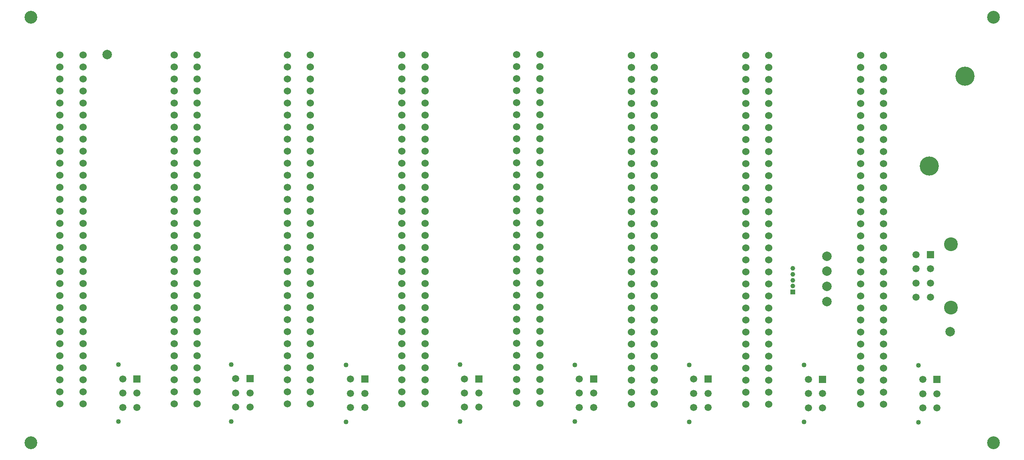
<source format=gbr>
%TF.GenerationSoftware,KiCad,Pcbnew,7.99.0-957-g18dd623122*%
%TF.CreationDate,2023-07-16T08:20:05-04:00*%
%TF.ProjectId,ESC_Carrier,4553435f-4361-4727-9269-65722e6b6963,rev?*%
%TF.SameCoordinates,Original*%
%TF.FileFunction,Soldermask,Top*%
%TF.FilePolarity,Negative*%
%FSLAX46Y46*%
G04 Gerber Fmt 4.6, Leading zero omitted, Abs format (unit mm)*
G04 Created by KiCad (PCBNEW 7.99.0-957-g18dd623122) date 2023-07-16 08:20:05*
%MOMM*%
%LPD*%
G01*
G04 APERTURE LIST*
%ADD10C,1.020000*%
%ADD11R,1.520000X1.520000*%
%ADD12C,1.520000*%
%ADD13C,1.524000*%
%ADD14C,2.909999*%
%ADD15C,4.050000*%
%ADD16C,2.000000*%
%ADD17C,2.700000*%
%ADD18R,1.000000X1.000000*%
%ADD19C,1.000000*%
G04 APERTURE END LIST*
D10*
%TO.C,J17*%
X182709000Y-103120000D03*
X182709000Y-91120000D03*
D11*
X186649000Y-94120000D03*
D12*
X186649000Y-97120000D03*
X186649000Y-100120000D03*
X183649000Y-94120000D03*
X183649000Y-97120000D03*
X183649000Y-100120000D03*
%TD*%
D10*
%TO.C,J13*%
X86149000Y-103100000D03*
X86149000Y-91100000D03*
D11*
X90089000Y-94100000D03*
D12*
X90089000Y-97100000D03*
X90089000Y-100100000D03*
X87089000Y-94100000D03*
X87089000Y-97100000D03*
X87089000Y-100100000D03*
%TD*%
D13*
%TO.C,J5*%
X122149000Y-99260000D03*
X127000000Y-99260000D03*
X122149000Y-96720000D03*
X127000000Y-96720000D03*
X122149000Y-94180000D03*
X127000000Y-94180000D03*
X122149000Y-91640000D03*
X127000000Y-91640000D03*
X122149000Y-89100000D03*
X127000000Y-89100000D03*
X122149000Y-86560000D03*
X127000000Y-86560000D03*
X122149000Y-84020000D03*
X127000000Y-84020000D03*
X122149000Y-81480000D03*
X127000000Y-81480000D03*
X122149000Y-78940000D03*
X127000000Y-78940000D03*
X122149000Y-76400000D03*
X127000000Y-76400000D03*
X122149000Y-73860000D03*
X127000000Y-73860000D03*
X122149000Y-71320000D03*
X127000000Y-71320000D03*
X122149000Y-68780000D03*
X127000000Y-68780000D03*
X122149000Y-66240000D03*
X127000000Y-66240000D03*
X122149000Y-63700000D03*
X127000000Y-63700000D03*
X122149000Y-61160000D03*
X127000000Y-61160000D03*
X122149000Y-58620000D03*
X127000000Y-58620000D03*
X122149000Y-56080000D03*
X127000000Y-56080000D03*
X122149000Y-53540000D03*
X127000000Y-53540000D03*
X122149000Y-51000000D03*
X127000000Y-51000000D03*
X122149000Y-48460000D03*
X127000000Y-48460000D03*
X122149000Y-45920000D03*
X127000000Y-45920000D03*
X122149000Y-43380000D03*
X127000000Y-43380000D03*
X122149000Y-40840000D03*
X127000000Y-40840000D03*
X122149000Y-38300000D03*
X127000000Y-38300000D03*
X122149000Y-35760000D03*
X127000000Y-35760000D03*
X122149000Y-33220000D03*
X127000000Y-33220000D03*
X122149000Y-30680000D03*
X127000000Y-30680000D03*
X122149000Y-28140000D03*
X127000000Y-28140000D03*
X122149000Y-25600000D03*
X127000000Y-25600000D03*
%TD*%
D11*
%TO.C,J10*%
X209400000Y-67800003D03*
D12*
X209400000Y-70800002D03*
X209400000Y-73800001D03*
X209400000Y-76800000D03*
X206400001Y-67800003D03*
X206400001Y-70800002D03*
X206400001Y-73800001D03*
X206400001Y-76800000D03*
D14*
X213719999Y-65650005D03*
X213719999Y-78949998D03*
%TD*%
D13*
%TO.C,J7*%
X170449000Y-99400000D03*
X175300000Y-99400000D03*
X170449000Y-96860000D03*
X175300000Y-96860000D03*
X170449000Y-94320000D03*
X175300000Y-94320000D03*
X170449000Y-91780000D03*
X175300000Y-91780000D03*
X170449000Y-89240000D03*
X175300000Y-89240000D03*
X170449000Y-86700000D03*
X175300000Y-86700000D03*
X170449000Y-84160000D03*
X175300000Y-84160000D03*
X170449000Y-81620000D03*
X175300000Y-81620000D03*
X170449000Y-79080000D03*
X175300000Y-79080000D03*
X170449000Y-76540000D03*
X175300000Y-76540000D03*
X170449000Y-74000000D03*
X175300000Y-74000000D03*
X170449000Y-71460000D03*
X175300000Y-71460000D03*
X170449000Y-68920000D03*
X175300000Y-68920000D03*
X170449000Y-66380000D03*
X175300000Y-66380000D03*
X170449000Y-63840000D03*
X175300000Y-63840000D03*
X170449000Y-61300000D03*
X175300000Y-61300000D03*
X170449000Y-58760000D03*
X175300000Y-58760000D03*
X170449000Y-56220000D03*
X175300000Y-56220000D03*
X170449000Y-53680000D03*
X175300000Y-53680000D03*
X170449000Y-51140000D03*
X175300000Y-51140000D03*
X170449000Y-48600000D03*
X175300000Y-48600000D03*
X170449000Y-46060000D03*
X175300000Y-46060000D03*
X170449000Y-43520000D03*
X175300000Y-43520000D03*
X170449000Y-40980000D03*
X175300000Y-40980000D03*
X170449000Y-38440000D03*
X175300000Y-38440000D03*
X170449000Y-35900000D03*
X175300000Y-35900000D03*
X170449000Y-33360000D03*
X175300000Y-33360000D03*
X170449000Y-30820000D03*
X175300000Y-30820000D03*
X170449000Y-28280000D03*
X175300000Y-28280000D03*
X170449000Y-25740000D03*
X175300000Y-25740000D03*
%TD*%
%TO.C,J2*%
X49900000Y-99300000D03*
X54751000Y-99300000D03*
X49900000Y-96760000D03*
X54751000Y-96760000D03*
X49900000Y-94220000D03*
X54751000Y-94220000D03*
X49900000Y-91680000D03*
X54751000Y-91680000D03*
X49900000Y-89140000D03*
X54751000Y-89140000D03*
X49900000Y-86600000D03*
X54751000Y-86600000D03*
X49900000Y-84060000D03*
X54751000Y-84060000D03*
X49900000Y-81520000D03*
X54751000Y-81520000D03*
X49900000Y-78980000D03*
X54751000Y-78980000D03*
X49900000Y-76440000D03*
X54751000Y-76440000D03*
X49900000Y-73900000D03*
X54751000Y-73900000D03*
X49900000Y-71360000D03*
X54751000Y-71360000D03*
X49900000Y-68820000D03*
X54751000Y-68820000D03*
X49900000Y-66280000D03*
X54751000Y-66280000D03*
X49900000Y-63740000D03*
X54751000Y-63740000D03*
X49900000Y-61200000D03*
X54751000Y-61200000D03*
X49900000Y-58660000D03*
X54751000Y-58660000D03*
X49900000Y-56120000D03*
X54751000Y-56120000D03*
X49900000Y-53580000D03*
X54751000Y-53580000D03*
X49900000Y-51040000D03*
X54751000Y-51040000D03*
X49900000Y-48500000D03*
X54751000Y-48500000D03*
X49900000Y-45960000D03*
X54751000Y-45960000D03*
X49900000Y-43420000D03*
X54751000Y-43420000D03*
X49900000Y-40880000D03*
X54751000Y-40880000D03*
X49900000Y-38340000D03*
X54751000Y-38340000D03*
X49900000Y-35800000D03*
X54751000Y-35800000D03*
X49900000Y-33260000D03*
X54751000Y-33260000D03*
X49900000Y-30720000D03*
X54751000Y-30720000D03*
X49900000Y-28180000D03*
X54751000Y-28180000D03*
X49900000Y-25640000D03*
X54751000Y-25640000D03*
%TD*%
D10*
%TO.C,J16*%
X158549000Y-103080000D03*
X158549000Y-91080000D03*
D11*
X162489000Y-94080000D03*
D12*
X162489000Y-97080000D03*
X162489000Y-100080000D03*
X159489000Y-94080000D03*
X159489000Y-97080000D03*
X159489000Y-100080000D03*
%TD*%
D15*
%TO.C,RT1*%
X209200000Y-49100000D03*
X216700000Y-30100000D03*
%TD*%
D13*
%TO.C,J3*%
X73749000Y-99340000D03*
X78600000Y-99340000D03*
X73749000Y-96800000D03*
X78600000Y-96800000D03*
X73749000Y-94260000D03*
X78600000Y-94260000D03*
X73749000Y-91720000D03*
X78600000Y-91720000D03*
X73749000Y-89180000D03*
X78600000Y-89180000D03*
X73749000Y-86640000D03*
X78600000Y-86640000D03*
X73749000Y-84100000D03*
X78600000Y-84100000D03*
X73749000Y-81560000D03*
X78600000Y-81560000D03*
X73749000Y-79020000D03*
X78600000Y-79020000D03*
X73749000Y-76480000D03*
X78600000Y-76480000D03*
X73749000Y-73940000D03*
X78600000Y-73940000D03*
X73749000Y-71400000D03*
X78600000Y-71400000D03*
X73749000Y-68860000D03*
X78600000Y-68860000D03*
X73749000Y-66320000D03*
X78600000Y-66320000D03*
X73749000Y-63780000D03*
X78600000Y-63780000D03*
X73749000Y-61240000D03*
X78600000Y-61240000D03*
X73749000Y-58700000D03*
X78600000Y-58700000D03*
X73749000Y-56160000D03*
X78600000Y-56160000D03*
X73749000Y-53620000D03*
X78600000Y-53620000D03*
X73749000Y-51080000D03*
X78600000Y-51080000D03*
X73749000Y-48540000D03*
X78600000Y-48540000D03*
X73749000Y-46000000D03*
X78600000Y-46000000D03*
X73749000Y-43460000D03*
X78600000Y-43460000D03*
X73749000Y-40920000D03*
X78600000Y-40920000D03*
X73749000Y-38380000D03*
X78600000Y-38380000D03*
X73749000Y-35840000D03*
X78600000Y-35840000D03*
X73749000Y-33300000D03*
X78600000Y-33300000D03*
X73749000Y-30760000D03*
X78600000Y-30760000D03*
X73749000Y-28220000D03*
X78600000Y-28220000D03*
X73749000Y-25680000D03*
X78600000Y-25680000D03*
%TD*%
D16*
%TO.C,TP7*%
X187583390Y-71319293D03*
%TD*%
%TO.C,TP5*%
X187583390Y-77720707D03*
%TD*%
%TO.C,TP2*%
X213600000Y-84100000D03*
%TD*%
D13*
%TO.C,J4*%
X97949000Y-99320000D03*
X102800000Y-99320000D03*
X97949000Y-96780000D03*
X102800000Y-96780000D03*
X97949000Y-94240000D03*
X102800000Y-94240000D03*
X97949000Y-91700000D03*
X102800000Y-91700000D03*
X97949000Y-89160000D03*
X102800000Y-89160000D03*
X97949000Y-86620000D03*
X102800000Y-86620000D03*
X97949000Y-84080000D03*
X102800000Y-84080000D03*
X97949000Y-81540000D03*
X102800000Y-81540000D03*
X97949000Y-79000000D03*
X102800000Y-79000000D03*
X97949000Y-76460000D03*
X102800000Y-76460000D03*
X97949000Y-73920000D03*
X102800000Y-73920000D03*
X97949000Y-71380000D03*
X102800000Y-71380000D03*
X97949000Y-68840000D03*
X102800000Y-68840000D03*
X97949000Y-66300000D03*
X102800000Y-66300000D03*
X97949000Y-63760000D03*
X102800000Y-63760000D03*
X97949000Y-61220000D03*
X102800000Y-61220000D03*
X97949000Y-58680000D03*
X102800000Y-58680000D03*
X97949000Y-56140000D03*
X102800000Y-56140000D03*
X97949000Y-53600000D03*
X102800000Y-53600000D03*
X97949000Y-51060000D03*
X102800000Y-51060000D03*
X97949000Y-48520000D03*
X102800000Y-48520000D03*
X97949000Y-45980000D03*
X102800000Y-45980000D03*
X97949000Y-43440000D03*
X102800000Y-43440000D03*
X97949000Y-40900000D03*
X102800000Y-40900000D03*
X97949000Y-38360000D03*
X102800000Y-38360000D03*
X97949000Y-35820000D03*
X102800000Y-35820000D03*
X97949000Y-33280000D03*
X102800000Y-33280000D03*
X97949000Y-30740000D03*
X102800000Y-30740000D03*
X97949000Y-28200000D03*
X102800000Y-28200000D03*
X97949000Y-25660000D03*
X102800000Y-25660000D03*
%TD*%
D17*
%TO.C,H1*%
X19650000Y-17730000D03*
%TD*%
D13*
%TO.C,J1*%
X25801190Y-99291500D03*
X30652190Y-99291500D03*
X25801190Y-96751500D03*
X30652190Y-96751500D03*
X25801190Y-94211500D03*
X30652190Y-94211500D03*
X25801190Y-91671500D03*
X30652190Y-91671500D03*
X25801190Y-89131500D03*
X30652190Y-89131500D03*
X25801190Y-86591500D03*
X30652190Y-86591500D03*
X25801190Y-84051500D03*
X30652190Y-84051500D03*
X25801190Y-81511500D03*
X30652190Y-81511500D03*
X25801190Y-78971500D03*
X30652190Y-78971500D03*
X25801190Y-76431500D03*
X30652190Y-76431500D03*
X25801190Y-73891500D03*
X30652190Y-73891500D03*
X25801190Y-71351500D03*
X30652190Y-71351500D03*
X25801190Y-68811500D03*
X30652190Y-68811500D03*
X25801190Y-66271500D03*
X30652190Y-66271500D03*
X25801190Y-63731500D03*
X30652190Y-63731500D03*
X25801190Y-61191500D03*
X30652190Y-61191500D03*
X25801190Y-58651500D03*
X30652190Y-58651500D03*
X25801190Y-56111500D03*
X30652190Y-56111500D03*
X25801190Y-53571500D03*
X30652190Y-53571500D03*
X25801190Y-51031500D03*
X30652190Y-51031500D03*
X25801190Y-48491500D03*
X30652190Y-48491500D03*
X25801190Y-45951500D03*
X30652190Y-45951500D03*
X25801190Y-43411500D03*
X30652190Y-43411500D03*
X25801190Y-40871500D03*
X30652190Y-40871500D03*
X25801190Y-38331500D03*
X30652190Y-38331500D03*
X25801190Y-35791500D03*
X30652190Y-35791500D03*
X25801190Y-33251500D03*
X30652190Y-33251500D03*
X25801190Y-30711500D03*
X30652190Y-30711500D03*
X25801190Y-28171500D03*
X30652190Y-28171500D03*
X25801190Y-25631500D03*
X30652190Y-25631500D03*
%TD*%
D17*
%TO.C,H2*%
X222700000Y-17730000D03*
%TD*%
D10*
%TO.C,J12*%
X61951000Y-103000000D03*
X61951000Y-91000000D03*
D11*
X65891000Y-94000000D03*
D12*
X65891000Y-97000000D03*
X65891000Y-100000000D03*
X62891000Y-94000000D03*
X62891000Y-97000000D03*
X62891000Y-100000000D03*
%TD*%
D13*
%TO.C,J8*%
X194649000Y-99380000D03*
X199500000Y-99380000D03*
X194649000Y-96840000D03*
X199500000Y-96840000D03*
X194649000Y-94300000D03*
X199500000Y-94300000D03*
X194649000Y-91760000D03*
X199500000Y-91760000D03*
X194649000Y-89220000D03*
X199500000Y-89220000D03*
X194649000Y-86680000D03*
X199500000Y-86680000D03*
X194649000Y-84140000D03*
X199500000Y-84140000D03*
X194649000Y-81600000D03*
X199500000Y-81600000D03*
X194649000Y-79060000D03*
X199500000Y-79060000D03*
X194649000Y-76520000D03*
X199500000Y-76520000D03*
X194649000Y-73980000D03*
X199500000Y-73980000D03*
X194649000Y-71440000D03*
X199500000Y-71440000D03*
X194649000Y-68900000D03*
X199500000Y-68900000D03*
X194649000Y-66360000D03*
X199500000Y-66360000D03*
X194649000Y-63820000D03*
X199500000Y-63820000D03*
X194649000Y-61280000D03*
X199500000Y-61280000D03*
X194649000Y-58740000D03*
X199500000Y-58740000D03*
X194649000Y-56200000D03*
X199500000Y-56200000D03*
X194649000Y-53660000D03*
X199500000Y-53660000D03*
X194649000Y-51120000D03*
X199500000Y-51120000D03*
X194649000Y-48580000D03*
X199500000Y-48580000D03*
X194649000Y-46040000D03*
X199500000Y-46040000D03*
X194649000Y-43500000D03*
X199500000Y-43500000D03*
X194649000Y-40960000D03*
X199500000Y-40960000D03*
X194649000Y-38420000D03*
X199500000Y-38420000D03*
X194649000Y-35880000D03*
X199500000Y-35880000D03*
X194649000Y-33340000D03*
X199500000Y-33340000D03*
X194649000Y-30800000D03*
X199500000Y-30800000D03*
X194649000Y-28260000D03*
X199500000Y-28260000D03*
X194649000Y-25720000D03*
X199500000Y-25720000D03*
%TD*%
D16*
%TO.C,TP1*%
X35800000Y-25600000D03*
%TD*%
D18*
%TO.C,J9*%
X180400000Y-75700000D03*
D19*
X180400000Y-74450000D03*
X180400000Y-73200000D03*
X180400000Y-71950000D03*
X180400000Y-70700000D03*
%TD*%
D17*
%TO.C,H3*%
X19650000Y-107500000D03*
%TD*%
D16*
%TO.C,TP6*%
X187583390Y-68119293D03*
%TD*%
D17*
%TO.C,H4*%
X222700000Y-107500000D03*
%TD*%
D10*
%TO.C,J18*%
X206849000Y-103180000D03*
X206849000Y-91180000D03*
D11*
X210789000Y-94180000D03*
D12*
X210789000Y-97180000D03*
X210789000Y-100180000D03*
X207789000Y-94180000D03*
X207789000Y-97180000D03*
X207789000Y-100180000D03*
%TD*%
D10*
%TO.C,J11*%
X38101190Y-103031500D03*
X38101190Y-91031500D03*
D11*
X42041190Y-94031500D03*
D12*
X42041190Y-97031500D03*
X42041190Y-100031500D03*
X39041190Y-94031500D03*
X39041190Y-97031500D03*
X39041190Y-100031500D03*
%TD*%
D16*
%TO.C,TP4*%
X187583683Y-74520000D03*
%TD*%
D10*
%TO.C,J14*%
X110209000Y-103020000D03*
X110209000Y-91020000D03*
D11*
X114149000Y-94020000D03*
D12*
X114149000Y-97020000D03*
X114149000Y-100020000D03*
X111149000Y-94020000D03*
X111149000Y-97020000D03*
X111149000Y-100020000D03*
%TD*%
D10*
%TO.C,J15*%
X134409000Y-103060000D03*
X134409000Y-91060000D03*
D11*
X138349000Y-94060000D03*
D12*
X138349000Y-97060000D03*
X138349000Y-100060000D03*
X135349000Y-94060000D03*
X135349000Y-97060000D03*
X135349000Y-100060000D03*
%TD*%
D13*
%TO.C,J6*%
X146298000Y-99380000D03*
X151149000Y-99380000D03*
X146298000Y-96840000D03*
X151149000Y-96840000D03*
X146298000Y-94300000D03*
X151149000Y-94300000D03*
X146298000Y-91760000D03*
X151149000Y-91760000D03*
X146298000Y-89220000D03*
X151149000Y-89220000D03*
X146298000Y-86680000D03*
X151149000Y-86680000D03*
X146298000Y-84140000D03*
X151149000Y-84140000D03*
X146298000Y-81600000D03*
X151149000Y-81600000D03*
X146298000Y-79060000D03*
X151149000Y-79060000D03*
X146298000Y-76520000D03*
X151149000Y-76520000D03*
X146298000Y-73980000D03*
X151149000Y-73980000D03*
X146298000Y-71440000D03*
X151149000Y-71440000D03*
X146298000Y-68900000D03*
X151149000Y-68900000D03*
X146298000Y-66360000D03*
X151149000Y-66360000D03*
X146298000Y-63820000D03*
X151149000Y-63820000D03*
X146298000Y-61280000D03*
X151149000Y-61280000D03*
X146298000Y-58740000D03*
X151149000Y-58740000D03*
X146298000Y-56200000D03*
X151149000Y-56200000D03*
X146298000Y-53660000D03*
X151149000Y-53660000D03*
X146298000Y-51120000D03*
X151149000Y-51120000D03*
X146298000Y-48580000D03*
X151149000Y-48580000D03*
X146298000Y-46040000D03*
X151149000Y-46040000D03*
X146298000Y-43500000D03*
X151149000Y-43500000D03*
X146298000Y-40960000D03*
X151149000Y-40960000D03*
X146298000Y-38420000D03*
X151149000Y-38420000D03*
X146298000Y-35880000D03*
X151149000Y-35880000D03*
X146298000Y-33340000D03*
X151149000Y-33340000D03*
X146298000Y-30800000D03*
X151149000Y-30800000D03*
X146298000Y-28260000D03*
X151149000Y-28260000D03*
X146298000Y-25720000D03*
X151149000Y-25720000D03*
%TD*%
M02*

</source>
